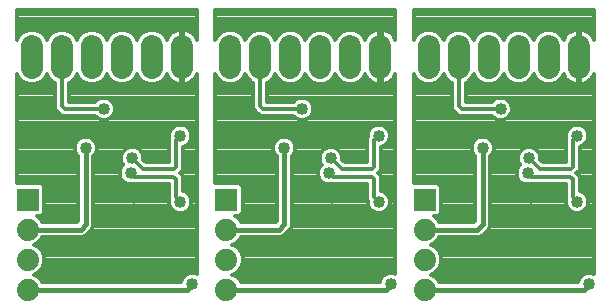
<source format=gbl>
G75*
%MOIN*%
%OFA0B0*%
%FSLAX24Y24*%
%IPPOS*%
%LPD*%
%AMOC8*
5,1,8,0,0,1.08239X$1,22.5*
%
%ADD10C,0.0740*%
%ADD11R,0.0740X0.0740*%
%ADD12C,0.0740*%
%ADD13C,0.0140*%
%ADD14C,0.0400*%
%ADD15C,0.0160*%
%ADD16C,0.0120*%
D10*
X000905Y008538D02*
X000905Y009278D01*
X001905Y009278D02*
X001905Y008538D01*
X002905Y008538D02*
X002905Y009278D01*
X003905Y009278D02*
X003905Y008538D01*
X004905Y008538D02*
X004905Y009278D01*
X005905Y009278D02*
X005905Y008538D01*
X007520Y008538D02*
X007520Y009278D01*
X008520Y009278D02*
X008520Y008538D01*
X009520Y008538D02*
X009520Y009278D01*
X010520Y009278D02*
X010520Y008538D01*
X011520Y008538D02*
X011520Y009278D01*
X012520Y009278D02*
X012520Y008538D01*
X014134Y008538D02*
X014134Y009278D01*
X015134Y009278D02*
X015134Y008538D01*
X016134Y008538D02*
X016134Y009278D01*
X017134Y009278D02*
X017134Y008538D01*
X018134Y008538D02*
X018134Y009278D01*
X019134Y009278D02*
X019134Y008538D01*
D11*
X014003Y004154D03*
X007389Y004154D03*
X000774Y004154D03*
D12*
X000774Y001154D03*
X000774Y002154D03*
X000774Y003154D03*
X007389Y003154D03*
X007389Y002154D03*
X007389Y001154D03*
X014003Y001154D03*
X014003Y002154D03*
X014003Y003154D03*
D13*
X014384Y003536D02*
X015682Y003536D01*
X015682Y003431D02*
X015654Y003404D01*
X014484Y003404D01*
X014460Y003459D01*
X014309Y003611D01*
X014303Y003614D01*
X014443Y003614D01*
X014543Y003713D01*
X014543Y004594D01*
X014443Y004694D01*
X013627Y004694D01*
X013627Y008351D01*
X013676Y008232D01*
X013828Y008080D01*
X014026Y007998D01*
X014241Y007998D01*
X014440Y008080D01*
X014592Y008232D01*
X014634Y008334D01*
X014676Y008232D01*
X014828Y008080D01*
X014902Y008049D01*
X014902Y007182D01*
X015002Y007082D01*
X015137Y006948D01*
X016239Y006948D01*
X016322Y006864D01*
X016458Y006808D01*
X016605Y006808D01*
X016741Y006864D01*
X016846Y006968D01*
X016902Y007104D01*
X016902Y007251D01*
X016846Y007387D01*
X016741Y007491D01*
X016605Y007548D01*
X016458Y007548D01*
X016322Y007491D01*
X016239Y007408D01*
X015362Y007408D01*
X015362Y008048D01*
X015440Y008080D01*
X015592Y008232D01*
X015634Y008334D01*
X015676Y008232D01*
X015828Y008080D01*
X016026Y007998D01*
X016241Y007998D01*
X016440Y008080D01*
X016592Y008232D01*
X016634Y008334D01*
X016676Y008232D01*
X016828Y008080D01*
X017026Y007998D01*
X017241Y007998D01*
X017440Y008080D01*
X017592Y008232D01*
X017634Y008334D01*
X017676Y008232D01*
X017828Y008080D01*
X018026Y007998D01*
X018241Y007998D01*
X018440Y008080D01*
X018592Y008232D01*
X018633Y008332D01*
X018633Y008331D01*
X018672Y008255D01*
X018722Y008186D01*
X018782Y008126D01*
X018851Y008076D01*
X018927Y008037D01*
X019007Y008011D01*
X019091Y007998D01*
X019094Y007998D01*
X019094Y008868D01*
X019174Y008868D01*
X019174Y007998D01*
X019176Y007998D01*
X019260Y008011D01*
X019341Y008037D01*
X019417Y008076D01*
X019486Y008126D01*
X019546Y008186D01*
X019596Y008255D01*
X019634Y008331D01*
X019637Y008339D01*
X019637Y001664D01*
X019555Y001698D01*
X019408Y001698D01*
X019272Y001641D01*
X019168Y001537D01*
X019113Y001404D01*
X014484Y001404D01*
X014460Y001459D01*
X014309Y001611D01*
X014207Y001654D01*
X014309Y001696D01*
X014460Y001848D01*
X014543Y002046D01*
X014543Y002261D01*
X014460Y002459D01*
X014309Y002611D01*
X014207Y002654D01*
X014309Y002696D01*
X014460Y002848D01*
X014484Y002904D01*
X015808Y002904D01*
X015899Y002942D01*
X016073Y003116D01*
X016144Y003186D01*
X016182Y003278D01*
X016182Y005604D01*
X016246Y005668D01*
X016302Y005804D01*
X016302Y005951D01*
X016246Y006087D01*
X016141Y006191D01*
X016005Y006248D01*
X015858Y006248D01*
X015722Y006191D01*
X015618Y006087D01*
X015562Y005951D01*
X015562Y005804D01*
X015618Y005668D01*
X015682Y005604D01*
X015682Y003431D01*
X015682Y003675D02*
X014504Y003675D01*
X014543Y003813D02*
X015682Y003813D01*
X015682Y003952D02*
X014543Y003952D01*
X014543Y004090D02*
X015682Y004090D01*
X015682Y004229D02*
X014543Y004229D01*
X014543Y004367D02*
X015682Y004367D01*
X015682Y004506D02*
X014543Y004506D01*
X014493Y004644D02*
X015682Y004644D01*
X015682Y004783D02*
X013627Y004783D01*
X013627Y004921D02*
X015682Y004921D01*
X015682Y005060D02*
X013627Y005060D01*
X013627Y005198D02*
X015682Y005198D01*
X015682Y005337D02*
X013627Y005337D01*
X013627Y005475D02*
X015682Y005475D01*
X015673Y005614D02*
X013627Y005614D01*
X013627Y005752D02*
X015583Y005752D01*
X015562Y005891D02*
X013627Y005891D01*
X013627Y006029D02*
X015594Y006029D01*
X015699Y006168D02*
X013627Y006168D01*
X013627Y006306D02*
X018712Y006306D01*
X018712Y006351D02*
X018712Y006233D01*
X018702Y006223D01*
X018702Y005391D01*
X017943Y005391D01*
X017852Y005483D01*
X017852Y005601D01*
X017796Y005737D01*
X017691Y005841D01*
X017555Y005898D01*
X017408Y005898D01*
X017272Y005841D01*
X017168Y005737D01*
X017112Y005601D01*
X017112Y005454D01*
X017168Y005318D01*
X017184Y005303D01*
X017118Y005237D01*
X017062Y005101D01*
X017062Y004954D01*
X017118Y004818D01*
X017222Y004714D01*
X017358Y004658D01*
X017505Y004658D01*
X017549Y004676D01*
X018702Y004676D01*
X018702Y004132D01*
X018712Y004122D01*
X018712Y004004D01*
X018768Y003868D01*
X018872Y003764D01*
X019008Y003708D01*
X019155Y003708D01*
X019291Y003764D01*
X019396Y003868D01*
X019452Y004004D01*
X019452Y004151D01*
X019396Y004287D01*
X019291Y004391D01*
X019162Y004445D01*
X019162Y004923D01*
X019057Y005028D01*
X019096Y005066D01*
X019162Y005132D01*
X019162Y005910D01*
X019291Y005964D01*
X019396Y006068D01*
X019452Y006204D01*
X019452Y006351D01*
X019396Y006487D01*
X019291Y006591D01*
X019155Y006648D01*
X019008Y006648D01*
X018872Y006591D01*
X018768Y006487D01*
X018712Y006351D01*
X018751Y006445D02*
X013627Y006445D01*
X013627Y006583D02*
X018864Y006583D01*
X019300Y006583D02*
X019637Y006583D01*
X019637Y006445D02*
X019413Y006445D01*
X019452Y006306D02*
X019637Y006306D01*
X019637Y006168D02*
X019437Y006168D01*
X019357Y006029D02*
X019637Y006029D01*
X019637Y005891D02*
X019162Y005891D01*
X019162Y005752D02*
X019637Y005752D01*
X019637Y005614D02*
X019162Y005614D01*
X019162Y005475D02*
X019637Y005475D01*
X019637Y005337D02*
X019162Y005337D01*
X019162Y005198D02*
X019637Y005198D01*
X019637Y005060D02*
X019089Y005060D01*
X019162Y004921D02*
X019637Y004921D01*
X019637Y004783D02*
X019162Y004783D01*
X019162Y004644D02*
X019637Y004644D01*
X019637Y004506D02*
X019162Y004506D01*
X019316Y004367D02*
X019637Y004367D01*
X019637Y004229D02*
X019420Y004229D01*
X019452Y004090D02*
X019637Y004090D01*
X019637Y003952D02*
X019430Y003952D01*
X019341Y003813D02*
X019637Y003813D01*
X019637Y003675D02*
X016182Y003675D01*
X016182Y003536D02*
X019637Y003536D01*
X019637Y003398D02*
X016182Y003398D01*
X016174Y003259D02*
X019637Y003259D01*
X019637Y003121D02*
X016078Y003121D01*
X015940Y002982D02*
X019637Y002982D01*
X019637Y002844D02*
X014456Y002844D01*
X014318Y002705D02*
X019637Y002705D01*
X019637Y002567D02*
X014353Y002567D01*
X014473Y002428D02*
X019637Y002428D01*
X019637Y002290D02*
X014531Y002290D01*
X014543Y002151D02*
X019637Y002151D01*
X019637Y002013D02*
X014529Y002013D01*
X014471Y001874D02*
X019637Y001874D01*
X019637Y001736D02*
X014348Y001736D01*
X014323Y001597D02*
X019228Y001597D01*
X019136Y001459D02*
X014461Y001459D01*
X013023Y001664D02*
X012941Y001698D01*
X012794Y001698D01*
X012658Y001641D01*
X012554Y001537D01*
X012499Y001404D01*
X007869Y001404D01*
X007846Y001459D01*
X007694Y001611D01*
X007593Y001654D01*
X007694Y001696D01*
X007846Y001848D01*
X007929Y002046D01*
X007929Y002261D01*
X007846Y002459D01*
X007694Y002611D01*
X007593Y002654D01*
X007694Y002696D01*
X007846Y002848D01*
X007869Y002904D01*
X009193Y002904D01*
X009285Y002942D01*
X009459Y003116D01*
X009530Y003186D01*
X009568Y003278D01*
X009568Y005604D01*
X009631Y005668D01*
X009688Y005804D01*
X009688Y005951D01*
X009631Y006087D01*
X009527Y006191D01*
X009391Y006248D01*
X009244Y006248D01*
X009108Y006191D01*
X009004Y006087D01*
X008948Y005951D01*
X008948Y005804D01*
X009004Y005668D01*
X009068Y005604D01*
X009068Y003431D01*
X009040Y003404D01*
X007869Y003404D01*
X007846Y003459D01*
X007694Y003611D01*
X007689Y003614D01*
X007829Y003614D01*
X007929Y003713D01*
X007929Y004594D01*
X007829Y004694D01*
X007013Y004694D01*
X007013Y008351D01*
X007062Y008232D01*
X007214Y008080D01*
X007412Y007998D01*
X007627Y007998D01*
X007826Y008080D01*
X007977Y008232D01*
X008020Y008334D01*
X008062Y008232D01*
X008214Y008080D01*
X008288Y008049D01*
X008288Y007182D01*
X008422Y007048D01*
X008522Y006948D01*
X009624Y006948D01*
X009708Y006864D01*
X009844Y006808D01*
X009991Y006808D01*
X010127Y006864D01*
X010231Y006968D01*
X010288Y007104D01*
X010288Y007251D01*
X010231Y007387D01*
X010127Y007491D01*
X009991Y007548D01*
X009844Y007548D01*
X009708Y007491D01*
X009624Y007408D01*
X008748Y007408D01*
X008748Y008048D01*
X008826Y008080D01*
X008977Y008232D01*
X009020Y008334D01*
X009062Y008232D01*
X009214Y008080D01*
X009412Y007998D01*
X009627Y007998D01*
X009826Y008080D01*
X009977Y008232D01*
X010020Y008334D01*
X010062Y008232D01*
X010214Y008080D01*
X010412Y007998D01*
X010627Y007998D01*
X010826Y008080D01*
X010977Y008232D01*
X011020Y008334D01*
X011062Y008232D01*
X011214Y008080D01*
X011412Y007998D01*
X011627Y007998D01*
X011826Y008080D01*
X011977Y008232D01*
X012019Y008332D01*
X012019Y008331D01*
X012058Y008255D01*
X012108Y008186D01*
X012168Y008126D01*
X012237Y008076D01*
X012312Y008037D01*
X012393Y008011D01*
X012477Y007998D01*
X012480Y007998D01*
X012480Y008868D01*
X012560Y008868D01*
X012560Y007998D01*
X012562Y007998D01*
X012646Y008011D01*
X012727Y008037D01*
X012803Y008076D01*
X012871Y008126D01*
X012932Y008186D01*
X012981Y008255D01*
X013020Y008331D01*
X013023Y008339D01*
X013023Y001664D01*
X013023Y001736D02*
X007734Y001736D01*
X007857Y001874D02*
X013023Y001874D01*
X013023Y002013D02*
X007915Y002013D01*
X007929Y002151D02*
X013023Y002151D01*
X013023Y002290D02*
X007917Y002290D01*
X007859Y002428D02*
X013023Y002428D01*
X013023Y002567D02*
X007739Y002567D01*
X007704Y002705D02*
X013023Y002705D01*
X013023Y002844D02*
X007842Y002844D01*
X007770Y003536D02*
X009068Y003536D01*
X009068Y003675D02*
X007890Y003675D01*
X007929Y003813D02*
X009068Y003813D01*
X009068Y003952D02*
X007929Y003952D01*
X007929Y004090D02*
X009068Y004090D01*
X009068Y004229D02*
X007929Y004229D01*
X007929Y004367D02*
X009068Y004367D01*
X009068Y004506D02*
X007929Y004506D01*
X007878Y004644D02*
X009068Y004644D01*
X009068Y004783D02*
X007013Y004783D01*
X007013Y004921D02*
X009068Y004921D01*
X009068Y005060D02*
X007013Y005060D01*
X007013Y005198D02*
X009068Y005198D01*
X009068Y005337D02*
X007013Y005337D01*
X007013Y005475D02*
X009068Y005475D01*
X009058Y005614D02*
X007013Y005614D01*
X007013Y005752D02*
X008969Y005752D01*
X008948Y005891D02*
X007013Y005891D01*
X007013Y006029D02*
X008980Y006029D01*
X009084Y006168D02*
X007013Y006168D01*
X007013Y006306D02*
X012098Y006306D01*
X012098Y006351D02*
X012098Y006233D01*
X012088Y006223D01*
X012088Y005391D01*
X011329Y005391D01*
X011238Y005483D01*
X011238Y005601D01*
X011181Y005737D01*
X011077Y005841D01*
X010941Y005898D01*
X010794Y005898D01*
X010658Y005841D01*
X010554Y005737D01*
X010498Y005601D01*
X010498Y005454D01*
X010554Y005318D01*
X010569Y005303D01*
X010504Y005237D01*
X010448Y005101D01*
X010448Y004954D01*
X010504Y004818D01*
X010608Y004714D01*
X010744Y004658D01*
X010891Y004658D01*
X010935Y004676D01*
X012088Y004676D01*
X012088Y004132D01*
X012098Y004122D01*
X012098Y004004D01*
X012154Y003868D01*
X012258Y003764D01*
X012394Y003708D01*
X012541Y003708D01*
X012677Y003764D01*
X012781Y003868D01*
X012838Y004004D01*
X012838Y004151D01*
X012781Y004287D01*
X012677Y004391D01*
X012548Y004445D01*
X012548Y004923D01*
X012443Y005028D01*
X012482Y005066D01*
X012548Y005132D01*
X012548Y005910D01*
X012677Y005964D01*
X012781Y006068D01*
X012838Y006204D01*
X012838Y006351D01*
X012781Y006487D01*
X012677Y006591D01*
X012541Y006648D01*
X012394Y006648D01*
X012258Y006591D01*
X012154Y006487D01*
X012098Y006351D01*
X012136Y006445D02*
X007013Y006445D01*
X007013Y006583D02*
X012250Y006583D01*
X012685Y006583D02*
X013023Y006583D01*
X013023Y006445D02*
X012799Y006445D01*
X012838Y006306D02*
X013023Y006306D01*
X013023Y006168D02*
X012823Y006168D01*
X012742Y006029D02*
X013023Y006029D01*
X013023Y005891D02*
X012548Y005891D01*
X012548Y005752D02*
X013023Y005752D01*
X013023Y005614D02*
X012548Y005614D01*
X012548Y005475D02*
X013023Y005475D01*
X013023Y005337D02*
X012548Y005337D01*
X012548Y005198D02*
X013023Y005198D01*
X013023Y005060D02*
X012475Y005060D01*
X012548Y004921D02*
X013023Y004921D01*
X013023Y004783D02*
X012548Y004783D01*
X012548Y004644D02*
X013023Y004644D01*
X013023Y004506D02*
X012548Y004506D01*
X012701Y004367D02*
X013023Y004367D01*
X013023Y004229D02*
X012806Y004229D01*
X012838Y004090D02*
X013023Y004090D01*
X013023Y003952D02*
X012816Y003952D01*
X012726Y003813D02*
X013023Y003813D01*
X013023Y003675D02*
X009568Y003675D01*
X009568Y003536D02*
X013023Y003536D01*
X013023Y003398D02*
X009568Y003398D01*
X009560Y003259D02*
X013023Y003259D01*
X013023Y003121D02*
X009464Y003121D01*
X009326Y002982D02*
X013023Y002982D01*
X012209Y003813D02*
X009568Y003813D01*
X009568Y003952D02*
X012119Y003952D01*
X012098Y004090D02*
X009568Y004090D01*
X009568Y004229D02*
X012088Y004229D01*
X012088Y004367D02*
X009568Y004367D01*
X009568Y004506D02*
X012088Y004506D01*
X012088Y004644D02*
X009568Y004644D01*
X009568Y004783D02*
X010539Y004783D01*
X010461Y004921D02*
X009568Y004921D01*
X009568Y005060D02*
X010448Y005060D01*
X010488Y005198D02*
X009568Y005198D01*
X009568Y005337D02*
X010546Y005337D01*
X010498Y005475D02*
X009568Y005475D01*
X009577Y005614D02*
X010503Y005614D01*
X010569Y005752D02*
X009666Y005752D01*
X009688Y005891D02*
X010777Y005891D01*
X010958Y005891D02*
X012088Y005891D01*
X012088Y006029D02*
X009655Y006029D01*
X009551Y006168D02*
X012088Y006168D01*
X012088Y005752D02*
X011166Y005752D01*
X011233Y005614D02*
X012088Y005614D01*
X012088Y005475D02*
X011245Y005475D01*
X013023Y006722D02*
X007013Y006722D01*
X007013Y006860D02*
X009717Y006860D01*
X010118Y006860D02*
X013023Y006860D01*
X013023Y006999D02*
X010244Y006999D01*
X010288Y007137D02*
X013023Y007137D01*
X013023Y007276D02*
X010278Y007276D01*
X010204Y007414D02*
X013023Y007414D01*
X013023Y007553D02*
X008748Y007553D01*
X008748Y007691D02*
X013023Y007691D01*
X013023Y007830D02*
X008748Y007830D01*
X008748Y007968D02*
X013023Y007968D01*
X013023Y008107D02*
X012845Y008107D01*
X012560Y008107D02*
X012480Y008107D01*
X012480Y008245D02*
X012560Y008245D01*
X012560Y008384D02*
X012480Y008384D01*
X012480Y008522D02*
X012560Y008522D01*
X012560Y008661D02*
X012480Y008661D01*
X012480Y008799D02*
X012560Y008799D01*
X012560Y008948D02*
X012480Y008948D01*
X012480Y009818D01*
X012477Y009818D01*
X012393Y009805D01*
X012312Y009778D01*
X012237Y009740D01*
X012168Y009690D01*
X012108Y009630D01*
X011931Y009630D01*
X011977Y009584D02*
X011826Y009736D01*
X011627Y009818D01*
X011412Y009818D01*
X011214Y009736D01*
X011062Y009584D01*
X011020Y009482D01*
X010977Y009584D01*
X010826Y009736D01*
X010627Y009818D01*
X010412Y009818D01*
X010214Y009736D01*
X010062Y009584D01*
X010020Y009482D01*
X009977Y009584D01*
X009826Y009736D01*
X009627Y009818D01*
X009412Y009818D01*
X009214Y009736D01*
X009062Y009584D01*
X009020Y009482D01*
X008977Y009584D01*
X008826Y009736D01*
X008627Y009818D01*
X008412Y009818D01*
X008214Y009736D01*
X008062Y009584D01*
X008020Y009482D01*
X007977Y009584D01*
X007826Y009736D01*
X007627Y009818D01*
X007412Y009818D01*
X007214Y009736D01*
X007062Y009584D01*
X007013Y009465D01*
X007013Y010483D01*
X013023Y010483D01*
X013023Y009477D01*
X013020Y009485D01*
X012981Y009561D01*
X012932Y009630D01*
X012871Y009690D01*
X012803Y009740D01*
X012727Y009778D01*
X012646Y009805D01*
X012562Y009818D01*
X012560Y009818D01*
X012560Y008948D01*
X012560Y009076D02*
X012480Y009076D01*
X012480Y009215D02*
X012560Y009215D01*
X012560Y009353D02*
X012480Y009353D01*
X012480Y009492D02*
X012560Y009492D01*
X012560Y009630D02*
X012480Y009630D01*
X012480Y009769D02*
X012560Y009769D01*
X012746Y009769D02*
X013023Y009769D01*
X013023Y009907D02*
X007013Y009907D01*
X007013Y009769D02*
X007293Y009769D01*
X007108Y009630D02*
X007013Y009630D01*
X007013Y009492D02*
X007024Y009492D01*
X006408Y009492D02*
X006403Y009492D01*
X006406Y009485D02*
X006367Y009561D01*
X006317Y009630D01*
X006408Y009630D01*
X006317Y009630D02*
X006257Y009690D01*
X006188Y009740D01*
X006113Y009778D01*
X006032Y009805D01*
X005948Y009818D01*
X005945Y009818D01*
X005945Y008948D01*
X005865Y008948D01*
X005865Y009818D01*
X005863Y009818D01*
X005779Y009805D01*
X005698Y009778D01*
X005622Y009740D01*
X005554Y009690D01*
X005494Y009630D01*
X005317Y009630D01*
X005363Y009584D02*
X005211Y009736D01*
X005013Y009818D01*
X004798Y009818D01*
X004600Y009736D01*
X004448Y009584D01*
X004405Y009482D01*
X004363Y009584D01*
X004211Y009736D01*
X004013Y009818D01*
X003798Y009818D01*
X003600Y009736D01*
X003448Y009584D01*
X003405Y009482D01*
X003363Y009584D01*
X003211Y009736D01*
X003013Y009818D01*
X002798Y009818D01*
X002600Y009736D01*
X002448Y009584D01*
X002405Y009482D01*
X002363Y009584D01*
X002211Y009736D01*
X002013Y009818D01*
X001798Y009818D01*
X001600Y009736D01*
X001448Y009584D01*
X001405Y009482D01*
X001363Y009584D01*
X001211Y009736D01*
X001013Y009818D01*
X000798Y009818D01*
X000600Y009736D01*
X000448Y009584D01*
X000398Y009465D01*
X000398Y010483D01*
X006408Y010483D01*
X006408Y009477D01*
X006406Y009485D01*
X005945Y009492D02*
X005865Y009492D01*
X005865Y009630D02*
X005945Y009630D01*
X005945Y009769D02*
X005865Y009769D01*
X005679Y009769D02*
X005132Y009769D01*
X005363Y009584D02*
X005405Y009484D01*
X005405Y009485D01*
X005444Y009561D01*
X005494Y009630D01*
X005408Y009492D02*
X005401Y009492D01*
X005865Y009353D02*
X005945Y009353D01*
X005945Y009215D02*
X005865Y009215D01*
X005865Y009076D02*
X005945Y009076D01*
X005945Y008868D02*
X005945Y007998D01*
X005948Y007998D01*
X006032Y008011D01*
X006113Y008037D01*
X006188Y008076D01*
X006257Y008126D01*
X006317Y008186D01*
X006367Y008255D01*
X006406Y008331D01*
X006408Y008339D01*
X006408Y001664D01*
X006327Y001698D01*
X006180Y001698D01*
X006044Y001641D01*
X005940Y001537D01*
X005884Y001404D01*
X001255Y001404D01*
X001232Y001459D01*
X001080Y001611D01*
X000978Y001654D01*
X001080Y001696D01*
X001232Y001848D01*
X001314Y002046D01*
X001314Y002261D01*
X001232Y002459D01*
X001080Y002611D01*
X000978Y002654D01*
X001080Y002696D01*
X001232Y002848D01*
X001255Y002904D01*
X002579Y002904D01*
X002671Y002942D01*
X002845Y003116D01*
X002915Y003186D01*
X002953Y003278D01*
X002953Y005604D01*
X003017Y005668D01*
X003073Y005804D01*
X003073Y005951D01*
X003017Y006087D01*
X002913Y006191D01*
X002777Y006248D01*
X002630Y006248D01*
X002494Y006191D01*
X002390Y006087D01*
X002333Y005951D01*
X002333Y005804D01*
X002390Y005668D01*
X002453Y005604D01*
X002453Y003431D01*
X002426Y003404D01*
X001255Y003404D01*
X001232Y003459D01*
X001080Y003611D01*
X001075Y003614D01*
X001215Y003614D01*
X001314Y003713D01*
X001314Y004594D01*
X001215Y004694D01*
X000398Y004694D01*
X000398Y008351D01*
X000448Y008232D01*
X000600Y008080D01*
X000798Y007998D01*
X001013Y007998D01*
X001211Y008080D01*
X001363Y008232D01*
X001405Y008334D01*
X001448Y008232D01*
X001600Y008080D01*
X001673Y008049D01*
X001673Y007182D01*
X001808Y007048D01*
X001908Y006948D01*
X003010Y006948D01*
X003094Y006864D01*
X003230Y006808D01*
X003377Y006808D01*
X003513Y006864D01*
X003617Y006968D01*
X003673Y007104D01*
X003673Y007251D01*
X003617Y007387D01*
X003513Y007491D01*
X003377Y007548D01*
X003230Y007548D01*
X003094Y007491D01*
X003010Y007408D01*
X002133Y007408D01*
X002133Y008048D01*
X002211Y008080D01*
X002363Y008232D01*
X002405Y008334D01*
X002448Y008232D01*
X002600Y008080D01*
X002798Y007998D01*
X003013Y007998D01*
X003211Y008080D01*
X003363Y008232D01*
X003405Y008334D01*
X003448Y008232D01*
X003600Y008080D01*
X003798Y007998D01*
X004013Y007998D01*
X004211Y008080D01*
X004363Y008232D01*
X004405Y008334D01*
X004448Y008232D01*
X004600Y008080D01*
X004798Y007998D01*
X005013Y007998D01*
X005211Y008080D01*
X005363Y008232D01*
X005405Y008332D01*
X005405Y008331D01*
X005444Y008255D01*
X005494Y008186D01*
X005554Y008126D01*
X005622Y008076D01*
X005698Y008037D01*
X005779Y008011D01*
X005863Y007998D01*
X005865Y007998D01*
X005865Y008868D01*
X005945Y008868D01*
X005945Y008799D02*
X005865Y008799D01*
X005865Y008661D02*
X005945Y008661D01*
X005945Y008522D02*
X005865Y008522D01*
X005865Y008384D02*
X005945Y008384D01*
X005945Y008245D02*
X005865Y008245D01*
X005865Y008107D02*
X005945Y008107D01*
X006231Y008107D02*
X006408Y008107D01*
X006408Y007968D02*
X002133Y007968D01*
X002133Y007830D02*
X006408Y007830D01*
X006408Y007691D02*
X002133Y007691D01*
X002133Y007553D02*
X006408Y007553D01*
X006408Y007414D02*
X003590Y007414D01*
X003663Y007276D02*
X006408Y007276D01*
X006408Y007137D02*
X003673Y007137D01*
X003630Y006999D02*
X006408Y006999D01*
X006408Y006860D02*
X003504Y006860D01*
X003103Y006860D02*
X000398Y006860D01*
X000398Y006999D02*
X001857Y006999D01*
X001719Y007137D02*
X000398Y007137D01*
X000398Y007276D02*
X001673Y007276D01*
X001673Y007414D02*
X000398Y007414D01*
X000398Y007553D02*
X001673Y007553D01*
X001673Y007691D02*
X000398Y007691D01*
X000398Y007830D02*
X001673Y007830D01*
X001673Y007968D02*
X000398Y007968D01*
X000398Y008107D02*
X000573Y008107D01*
X000442Y008245D02*
X000398Y008245D01*
X001238Y008107D02*
X001573Y008107D01*
X001442Y008245D02*
X001369Y008245D01*
X002238Y008107D02*
X002573Y008107D01*
X002442Y008245D02*
X002369Y008245D01*
X003238Y008107D02*
X003573Y008107D01*
X003442Y008245D02*
X003369Y008245D01*
X004238Y008107D02*
X004573Y008107D01*
X004442Y008245D02*
X004369Y008245D01*
X005238Y008107D02*
X005580Y008107D01*
X005451Y008245D02*
X005369Y008245D01*
X006360Y008245D02*
X006408Y008245D01*
X007013Y008245D02*
X007056Y008245D01*
X007013Y008107D02*
X007187Y008107D01*
X007013Y007968D02*
X008288Y007968D01*
X008288Y007830D02*
X007013Y007830D01*
X007013Y007691D02*
X008288Y007691D01*
X008288Y007553D02*
X007013Y007553D01*
X007013Y007414D02*
X008288Y007414D01*
X008288Y007276D02*
X007013Y007276D01*
X007013Y007137D02*
X008333Y007137D01*
X008471Y006999D02*
X007013Y006999D01*
X006408Y006722D02*
X000398Y006722D01*
X000398Y006583D02*
X005636Y006583D01*
X005644Y006591D02*
X005540Y006487D01*
X005483Y006351D01*
X005483Y006233D01*
X005473Y006223D01*
X005473Y005391D01*
X004715Y005391D01*
X004623Y005483D01*
X004623Y005601D01*
X004567Y005737D01*
X004463Y005841D01*
X004327Y005898D01*
X004180Y005898D01*
X004044Y005841D01*
X003940Y005737D01*
X003883Y005601D01*
X003883Y005454D01*
X003940Y005318D01*
X003955Y005303D01*
X003890Y005237D01*
X003833Y005101D01*
X003833Y004954D01*
X003890Y004818D01*
X003994Y004714D01*
X004130Y004658D01*
X004277Y004658D01*
X004320Y004676D01*
X005473Y004676D01*
X005473Y004132D01*
X005483Y004122D01*
X005483Y004004D01*
X005540Y003868D01*
X005644Y003764D01*
X005780Y003708D01*
X005927Y003708D01*
X006063Y003764D01*
X006167Y003868D01*
X006223Y004004D01*
X006223Y004151D01*
X006167Y004287D01*
X006063Y004391D01*
X005933Y004445D01*
X005933Y004923D01*
X005829Y005028D01*
X005867Y005066D01*
X005933Y005132D01*
X005933Y005910D01*
X006063Y005964D01*
X006167Y006068D01*
X006223Y006204D01*
X006223Y006351D01*
X006167Y006487D01*
X006063Y006591D01*
X005927Y006648D01*
X005780Y006648D01*
X005644Y006591D01*
X005522Y006445D02*
X000398Y006445D01*
X000398Y006306D02*
X005483Y006306D01*
X005473Y006168D02*
X002937Y006168D01*
X003041Y006029D02*
X005473Y006029D01*
X005473Y005891D02*
X004344Y005891D01*
X004163Y005891D02*
X003073Y005891D01*
X003052Y005752D02*
X003955Y005752D01*
X003889Y005614D02*
X002963Y005614D01*
X002953Y005475D02*
X003883Y005475D01*
X003932Y005337D02*
X002953Y005337D01*
X002953Y005198D02*
X003874Y005198D01*
X003833Y005060D02*
X002953Y005060D01*
X002953Y004921D02*
X003847Y004921D01*
X003925Y004783D02*
X002953Y004783D01*
X002953Y004644D02*
X005473Y004644D01*
X005473Y004506D02*
X002953Y004506D01*
X002953Y004367D02*
X005473Y004367D01*
X005473Y004229D02*
X002953Y004229D01*
X002953Y004090D02*
X005483Y004090D01*
X005505Y003952D02*
X002953Y003952D01*
X002953Y003813D02*
X005595Y003813D01*
X006112Y003813D02*
X006408Y003813D01*
X006408Y003952D02*
X006202Y003952D01*
X006223Y004090D02*
X006408Y004090D01*
X006408Y004229D02*
X006191Y004229D01*
X006087Y004367D02*
X006408Y004367D01*
X006408Y004506D02*
X005933Y004506D01*
X005933Y004644D02*
X006408Y004644D01*
X006408Y004783D02*
X005933Y004783D01*
X005933Y004921D02*
X006408Y004921D01*
X006408Y005060D02*
X005861Y005060D01*
X005933Y005198D02*
X006408Y005198D01*
X006408Y005337D02*
X005933Y005337D01*
X005933Y005475D02*
X006408Y005475D01*
X006408Y005614D02*
X005933Y005614D01*
X005933Y005752D02*
X006408Y005752D01*
X006408Y005891D02*
X005933Y005891D01*
X006128Y006029D02*
X006408Y006029D01*
X006408Y006168D02*
X006208Y006168D01*
X006223Y006306D02*
X006408Y006306D01*
X006408Y006445D02*
X006185Y006445D01*
X006071Y006583D02*
X006408Y006583D01*
X005473Y005752D02*
X004552Y005752D01*
X004618Y005614D02*
X005473Y005614D01*
X005473Y005475D02*
X004631Y005475D01*
X002453Y005475D02*
X000398Y005475D01*
X000398Y005337D02*
X002453Y005337D01*
X002453Y005198D02*
X000398Y005198D01*
X000398Y005060D02*
X002453Y005060D01*
X002453Y004921D02*
X000398Y004921D01*
X000398Y004783D02*
X002453Y004783D01*
X002453Y004644D02*
X001264Y004644D01*
X001314Y004506D02*
X002453Y004506D01*
X002453Y004367D02*
X001314Y004367D01*
X001314Y004229D02*
X002453Y004229D01*
X002453Y004090D02*
X001314Y004090D01*
X001314Y003952D02*
X002453Y003952D01*
X002453Y003813D02*
X001314Y003813D01*
X001276Y003675D02*
X002453Y003675D01*
X002453Y003536D02*
X001156Y003536D01*
X001228Y002844D02*
X006408Y002844D01*
X006408Y002982D02*
X002712Y002982D01*
X002850Y003121D02*
X006408Y003121D01*
X006408Y003259D02*
X002946Y003259D01*
X002953Y003398D02*
X006408Y003398D01*
X006408Y003536D02*
X002953Y003536D01*
X002953Y003675D02*
X006408Y003675D01*
X006408Y002705D02*
X001090Y002705D01*
X001125Y002567D02*
X006408Y002567D01*
X006408Y002428D02*
X001245Y002428D01*
X001303Y002290D02*
X006408Y002290D01*
X006408Y002151D02*
X001314Y002151D01*
X001300Y002013D02*
X006408Y002013D01*
X006408Y001874D02*
X001243Y001874D01*
X001120Y001736D02*
X006408Y001736D01*
X006000Y001597D02*
X001095Y001597D01*
X001233Y001459D02*
X005907Y001459D01*
X007709Y001597D02*
X012614Y001597D01*
X012521Y001459D02*
X007847Y001459D01*
X002444Y005614D02*
X000398Y005614D01*
X000398Y005752D02*
X002355Y005752D01*
X002333Y005891D02*
X000398Y005891D01*
X000398Y006029D02*
X002366Y006029D01*
X002470Y006168D02*
X000398Y006168D01*
X002133Y007414D02*
X003017Y007414D01*
X003401Y009492D02*
X003409Y009492D01*
X003494Y009630D02*
X003317Y009630D01*
X003132Y009769D02*
X003679Y009769D01*
X004132Y009769D02*
X004679Y009769D01*
X004494Y009630D02*
X004317Y009630D01*
X004401Y009492D02*
X004409Y009492D01*
X002679Y009769D02*
X002132Y009769D01*
X002317Y009630D02*
X002494Y009630D01*
X002409Y009492D02*
X002401Y009492D01*
X001679Y009769D02*
X001132Y009769D01*
X001317Y009630D02*
X001494Y009630D01*
X001409Y009492D02*
X001401Y009492D01*
X000679Y009769D02*
X000398Y009769D01*
X000398Y009907D02*
X006408Y009907D01*
X006408Y009769D02*
X006132Y009769D01*
X006408Y010046D02*
X000398Y010046D01*
X000398Y010184D02*
X006408Y010184D01*
X006408Y010323D02*
X000398Y010323D01*
X000398Y010461D02*
X006408Y010461D01*
X007013Y010461D02*
X013023Y010461D01*
X013023Y010323D02*
X007013Y010323D01*
X007013Y010184D02*
X013023Y010184D01*
X013023Y010046D02*
X007013Y010046D01*
X007746Y009769D02*
X008293Y009769D01*
X008108Y009630D02*
X007931Y009630D01*
X008016Y009492D02*
X008024Y009492D01*
X008746Y009769D02*
X009293Y009769D01*
X009108Y009630D02*
X008931Y009630D01*
X009016Y009492D02*
X009024Y009492D01*
X009746Y009769D02*
X010293Y009769D01*
X010108Y009630D02*
X009931Y009630D01*
X010016Y009492D02*
X010024Y009492D01*
X010746Y009769D02*
X011293Y009769D01*
X011108Y009630D02*
X010931Y009630D01*
X011016Y009492D02*
X011024Y009492D01*
X011746Y009769D02*
X012293Y009769D01*
X012108Y009630D02*
X012058Y009561D01*
X012019Y009485D01*
X012019Y009484D01*
X011977Y009584D01*
X012016Y009492D02*
X012022Y009492D01*
X012931Y009630D02*
X013023Y009630D01*
X013017Y009492D02*
X013023Y009492D01*
X013627Y009492D02*
X013638Y009492D01*
X013627Y009465D02*
X013627Y010483D01*
X019637Y010483D01*
X019637Y009477D01*
X019634Y009485D01*
X019596Y009561D01*
X019546Y009630D01*
X019486Y009690D01*
X019417Y009740D01*
X019341Y009778D01*
X019260Y009805D01*
X019176Y009818D01*
X019174Y009818D01*
X019174Y008948D01*
X019094Y008948D01*
X019094Y009818D01*
X019091Y009818D01*
X019007Y009805D01*
X018927Y009778D01*
X018851Y009740D01*
X018782Y009690D01*
X018722Y009630D01*
X018545Y009630D01*
X018592Y009584D02*
X018440Y009736D01*
X018241Y009818D01*
X018026Y009818D01*
X017828Y009736D01*
X017676Y009584D01*
X017634Y009482D01*
X017592Y009584D01*
X017440Y009736D01*
X017241Y009818D01*
X017026Y009818D01*
X016828Y009736D01*
X016676Y009584D01*
X016634Y009482D01*
X016592Y009584D01*
X016440Y009736D01*
X016241Y009818D01*
X016026Y009818D01*
X015828Y009736D01*
X015676Y009584D01*
X015634Y009482D01*
X015592Y009584D01*
X015440Y009736D01*
X015241Y009818D01*
X015026Y009818D01*
X014828Y009736D01*
X014676Y009584D01*
X014634Y009482D01*
X014592Y009584D01*
X014440Y009736D01*
X014241Y009818D01*
X014026Y009818D01*
X013828Y009736D01*
X013676Y009584D01*
X013627Y009465D01*
X013627Y009630D02*
X013722Y009630D01*
X013627Y009769D02*
X013907Y009769D01*
X013627Y009907D02*
X019637Y009907D01*
X019637Y009769D02*
X019360Y009769D01*
X019174Y009769D02*
X019094Y009769D01*
X018907Y009769D02*
X018360Y009769D01*
X018592Y009584D02*
X018633Y009484D01*
X018633Y009485D01*
X018672Y009561D01*
X018722Y009630D01*
X018637Y009492D02*
X018630Y009492D01*
X019094Y009492D02*
X019174Y009492D01*
X019174Y009630D02*
X019094Y009630D01*
X019094Y009353D02*
X019174Y009353D01*
X019174Y009215D02*
X019094Y009215D01*
X019094Y009076D02*
X019174Y009076D01*
X019174Y008799D02*
X019094Y008799D01*
X019094Y008661D02*
X019174Y008661D01*
X019174Y008522D02*
X019094Y008522D01*
X019094Y008384D02*
X019174Y008384D01*
X019174Y008245D02*
X019094Y008245D01*
X019094Y008107D02*
X019174Y008107D01*
X019459Y008107D02*
X019637Y008107D01*
X019637Y007968D02*
X015362Y007968D01*
X015362Y007830D02*
X019637Y007830D01*
X019637Y007691D02*
X015362Y007691D01*
X015362Y007553D02*
X019637Y007553D01*
X019637Y007414D02*
X016819Y007414D01*
X016892Y007276D02*
X019637Y007276D01*
X019637Y007137D02*
X016902Y007137D01*
X016858Y006999D02*
X019637Y006999D01*
X019637Y006860D02*
X016732Y006860D01*
X016331Y006860D02*
X013627Y006860D01*
X013627Y006999D02*
X015086Y006999D01*
X015002Y007082D02*
X015002Y007082D01*
X014947Y007137D02*
X013627Y007137D01*
X013627Y007276D02*
X014902Y007276D01*
X014902Y007414D02*
X013627Y007414D01*
X013627Y007553D02*
X014902Y007553D01*
X014902Y007691D02*
X013627Y007691D01*
X013627Y007830D02*
X014902Y007830D01*
X014902Y007968D02*
X013627Y007968D01*
X013627Y008107D02*
X013801Y008107D01*
X013671Y008245D02*
X013627Y008245D01*
X013023Y008245D02*
X012974Y008245D01*
X012195Y008107D02*
X011852Y008107D01*
X011983Y008245D02*
X012065Y008245D01*
X011187Y008107D02*
X010852Y008107D01*
X010983Y008245D02*
X011056Y008245D01*
X010187Y008107D02*
X009852Y008107D01*
X009983Y008245D02*
X010056Y008245D01*
X009187Y008107D02*
X008852Y008107D01*
X008983Y008245D02*
X009056Y008245D01*
X008187Y008107D02*
X007852Y008107D01*
X007983Y008245D02*
X008056Y008245D01*
X008748Y007414D02*
X009631Y007414D01*
X013627Y006722D02*
X019637Y006722D01*
X018702Y006168D02*
X016165Y006168D01*
X016270Y006029D02*
X018702Y006029D01*
X018702Y005891D02*
X017572Y005891D01*
X017391Y005891D02*
X016302Y005891D01*
X016280Y005752D02*
X017183Y005752D01*
X017117Y005614D02*
X016191Y005614D01*
X016182Y005475D02*
X017112Y005475D01*
X017160Y005337D02*
X016182Y005337D01*
X016182Y005198D02*
X017102Y005198D01*
X017062Y005060D02*
X016182Y005060D01*
X016182Y004921D02*
X017075Y004921D01*
X017154Y004783D02*
X016182Y004783D01*
X016182Y004644D02*
X018702Y004644D01*
X018702Y004506D02*
X016182Y004506D01*
X016182Y004367D02*
X018702Y004367D01*
X018702Y004229D02*
X016182Y004229D01*
X016182Y004090D02*
X018712Y004090D01*
X018734Y003952D02*
X016182Y003952D01*
X016182Y003813D02*
X018823Y003813D01*
X018702Y005475D02*
X017860Y005475D01*
X017847Y005614D02*
X018702Y005614D01*
X018702Y005752D02*
X017781Y005752D01*
X016245Y007414D02*
X015362Y007414D01*
X015466Y008107D02*
X015801Y008107D01*
X015671Y008245D02*
X015597Y008245D01*
X014801Y008107D02*
X014466Y008107D01*
X014597Y008245D02*
X014671Y008245D01*
X016466Y008107D02*
X016801Y008107D01*
X016671Y008245D02*
X016597Y008245D01*
X017466Y008107D02*
X017801Y008107D01*
X017671Y008245D02*
X017597Y008245D01*
X018466Y008107D02*
X018809Y008107D01*
X018679Y008245D02*
X018597Y008245D01*
X019589Y008245D02*
X019637Y008245D01*
X019631Y009492D02*
X019637Y009492D01*
X019637Y009630D02*
X019545Y009630D01*
X019637Y010046D02*
X013627Y010046D01*
X013627Y010184D02*
X019637Y010184D01*
X019637Y010323D02*
X013627Y010323D01*
X013627Y010461D02*
X019637Y010461D01*
X017907Y009769D02*
X017360Y009769D01*
X017545Y009630D02*
X017722Y009630D01*
X017638Y009492D02*
X017630Y009492D01*
X016907Y009769D02*
X016360Y009769D01*
X016545Y009630D02*
X016722Y009630D01*
X016638Y009492D02*
X016630Y009492D01*
X015907Y009769D02*
X015360Y009769D01*
X015545Y009630D02*
X015722Y009630D01*
X015638Y009492D02*
X015630Y009492D01*
X014907Y009769D02*
X014360Y009769D01*
X014545Y009630D02*
X014722Y009630D01*
X014638Y009492D02*
X014630Y009492D01*
X000494Y009630D02*
X000398Y009630D01*
X000398Y009492D02*
X000409Y009492D01*
D14*
X003303Y007178D03*
X002703Y005878D03*
X004253Y005528D03*
X004203Y005028D03*
X005853Y004078D03*
X004303Y003828D03*
X001553Y004528D03*
X005853Y006278D03*
X008168Y004528D03*
X009318Y005878D03*
X010868Y005528D03*
X010818Y005028D03*
X012468Y004078D03*
X010918Y003828D03*
X014782Y004528D03*
X015932Y005878D03*
X017482Y005528D03*
X017432Y005028D03*
X019082Y004078D03*
X017532Y003828D03*
X018982Y001628D03*
X019482Y001328D03*
X012868Y001328D03*
X012368Y001628D03*
X006253Y001328D03*
X005753Y001628D03*
X012468Y006278D03*
X009918Y007178D03*
X016532Y007178D03*
X019082Y006278D03*
D15*
X015932Y005878D02*
X015932Y003328D01*
X015758Y003154D01*
X014003Y003154D01*
X012868Y001328D02*
X012694Y001154D01*
X007389Y001154D01*
X006253Y001328D02*
X006079Y001154D01*
X000774Y001154D01*
X000774Y003154D02*
X002529Y003154D01*
X002703Y003328D01*
X002703Y005878D01*
X007389Y003154D02*
X009144Y003154D01*
X009318Y003328D01*
X009318Y005878D01*
X014003Y001154D02*
X019308Y001154D01*
X019482Y001328D01*
D16*
X019082Y004078D02*
X018932Y004228D01*
X018932Y004828D01*
X018854Y004906D01*
X017554Y004906D01*
X017432Y005028D01*
X017848Y005161D02*
X017482Y005528D01*
X017848Y005161D02*
X018866Y005161D01*
X018932Y005228D01*
X018932Y006128D01*
X019082Y006278D01*
X016532Y007178D02*
X015232Y007178D01*
X015132Y007278D01*
X015132Y008906D01*
X015134Y008908D01*
X012468Y006278D02*
X012318Y006128D01*
X012318Y005228D01*
X012252Y005161D01*
X011234Y005161D01*
X010868Y005528D01*
X010818Y005028D02*
X010940Y004906D01*
X012240Y004906D01*
X012318Y004828D01*
X012318Y004228D01*
X012468Y004078D01*
X009918Y007178D02*
X008618Y007178D01*
X008518Y007278D01*
X008518Y008906D01*
X008520Y008908D01*
X005853Y006278D02*
X005703Y006128D01*
X005703Y005228D01*
X005637Y005161D01*
X004620Y005161D01*
X004253Y005528D01*
X004203Y005028D02*
X004326Y004906D01*
X005626Y004906D01*
X005703Y004828D01*
X005703Y004228D01*
X005853Y004078D01*
X003303Y007178D02*
X002003Y007178D01*
X001903Y007278D01*
X001903Y008906D01*
X001905Y008908D01*
M02*

</source>
